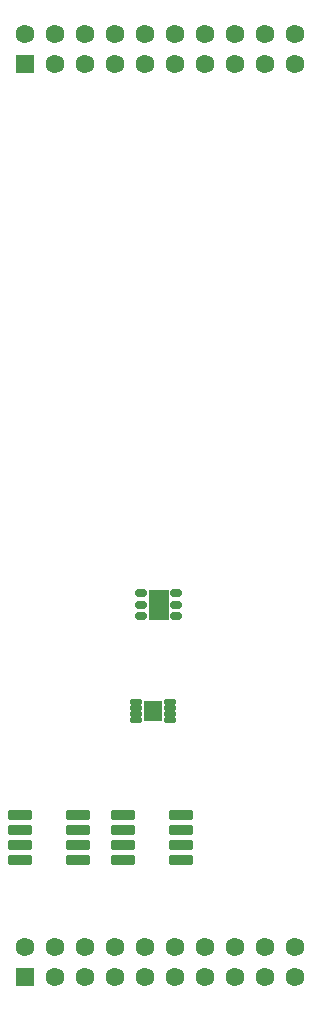
<source format=gbr>
%TF.GenerationSoftware,Altium Limited,Altium Designer,23.4.1 (23)*%
G04 Layer_Color=8388736*
%FSLAX45Y45*%
%MOMM*%
%TF.SameCoordinates,B91EE142-B30E-402A-A340-A1283DCE037E*%
%TF.FilePolarity,Negative*%
%TF.FileFunction,Soldermask,Top*%
%TF.Part,Single*%
G01*
G75*
%TA.AperFunction,SMDPad,CuDef*%
G04:AMPARAMS|DCode=23|XSize=2.1032mm|YSize=0.8032mm|CornerRadius=0.1766mm|HoleSize=0mm|Usage=FLASHONLY|Rotation=180.000|XOffset=0mm|YOffset=0mm|HoleType=Round|Shape=RoundedRectangle|*
%AMROUNDEDRECTD23*
21,1,2.10320,0.45000,0,0,180.0*
21,1,1.75000,0.80320,0,0,180.0*
1,1,0.35320,-0.87500,0.22500*
1,1,0.35320,0.87500,0.22500*
1,1,0.35320,0.87500,-0.22500*
1,1,0.35320,-0.87500,-0.22500*
%
%ADD23ROUNDEDRECTD23*%
G04:AMPARAMS|DCode=24|XSize=0.9632mm|YSize=0.6232mm|CornerRadius=0.1541mm|HoleSize=0mm|Usage=FLASHONLY|Rotation=0.000|XOffset=0mm|YOffset=0mm|HoleType=Round|Shape=RoundedRectangle|*
%AMROUNDEDRECTD24*
21,1,0.96320,0.31500,0,0,0.0*
21,1,0.65500,0.62320,0,0,0.0*
1,1,0.30820,0.32750,-0.15750*
1,1,0.30820,-0.32750,-0.15750*
1,1,0.30820,-0.32750,0.15750*
1,1,0.30820,0.32750,0.15750*
%
%ADD24ROUNDEDRECTD24*%
%ADD25R,1.70320X2.50320*%
G04:AMPARAMS|DCode=26|XSize=1.0132mm|YSize=0.4632mm|CornerRadius=0.1341mm|HoleSize=0mm|Usage=FLASHONLY|Rotation=180.000|XOffset=0mm|YOffset=0mm|HoleType=Round|Shape=RoundedRectangle|*
%AMROUNDEDRECTD26*
21,1,1.01320,0.19500,0,0,180.0*
21,1,0.74500,0.46320,0,0,180.0*
1,1,0.26820,-0.37250,0.09750*
1,1,0.26820,0.37250,0.09750*
1,1,0.26820,0.37250,-0.09750*
1,1,0.26820,-0.37250,-0.09750*
%
%ADD26ROUNDEDRECTD26*%
%ADD27R,1.50320X1.70320*%
%TA.AperFunction,ComponentPad*%
%ADD28C,1.59320*%
%ADD29R,1.59320X1.59320*%
%ADD30C,0.60320*%
D23*
X956700Y1498600D02*
D03*
Y1625600D02*
D03*
Y1752600D02*
D03*
Y1879600D02*
D03*
X465700D02*
D03*
Y1752600D02*
D03*
Y1625600D02*
D03*
Y1498600D02*
D03*
X1828800D02*
D03*
Y1625600D02*
D03*
Y1752600D02*
D03*
Y1879600D02*
D03*
X1337800D02*
D03*
Y1752600D02*
D03*
Y1625600D02*
D03*
Y1498600D02*
D03*
D24*
X1489800Y3752600D02*
D03*
Y3657600D02*
D03*
Y3562600D02*
D03*
X1786800D02*
D03*
Y3657600D02*
D03*
Y3752600D02*
D03*
D25*
X1638300Y3657600D02*
D03*
D26*
X1732500Y2680900D02*
D03*
Y2730900D02*
D03*
Y2780900D02*
D03*
Y2830900D02*
D03*
X1442500D02*
D03*
Y2780900D02*
D03*
Y2730900D02*
D03*
Y2680900D02*
D03*
D27*
X1587500Y2755900D02*
D03*
D28*
X2794000Y8492000D02*
D03*
Y8238000D02*
D03*
X2540000Y8492000D02*
D03*
Y8238000D02*
D03*
X2286000Y8492000D02*
D03*
Y8238000D02*
D03*
X2032000Y8492000D02*
D03*
Y8238000D02*
D03*
X1778000Y8492000D02*
D03*
Y8238000D02*
D03*
X1524000Y8492000D02*
D03*
Y8238000D02*
D03*
X1270000Y8492000D02*
D03*
Y8238000D02*
D03*
X1016000Y8492000D02*
D03*
Y8238000D02*
D03*
X762000Y8492000D02*
D03*
Y8238000D02*
D03*
X508000Y8492000D02*
D03*
X2794000Y762000D02*
D03*
Y508000D02*
D03*
X2540000Y762000D02*
D03*
Y508000D02*
D03*
X2286000Y762000D02*
D03*
Y508000D02*
D03*
X2032000Y762000D02*
D03*
Y508000D02*
D03*
X1778000Y762000D02*
D03*
Y508000D02*
D03*
X1524000Y762000D02*
D03*
Y508000D02*
D03*
X1270000Y762000D02*
D03*
Y508000D02*
D03*
X1016000Y762000D02*
D03*
Y508000D02*
D03*
X762000Y762000D02*
D03*
Y508000D02*
D03*
X508000Y762000D02*
D03*
D29*
Y8238000D02*
D03*
Y508000D02*
D03*
D30*
X1587500Y2705900D02*
D03*
Y2805900D02*
D03*
%TF.MD5,11a7731e781d121c8ce1775a2e1385f3*%
M02*

</source>
